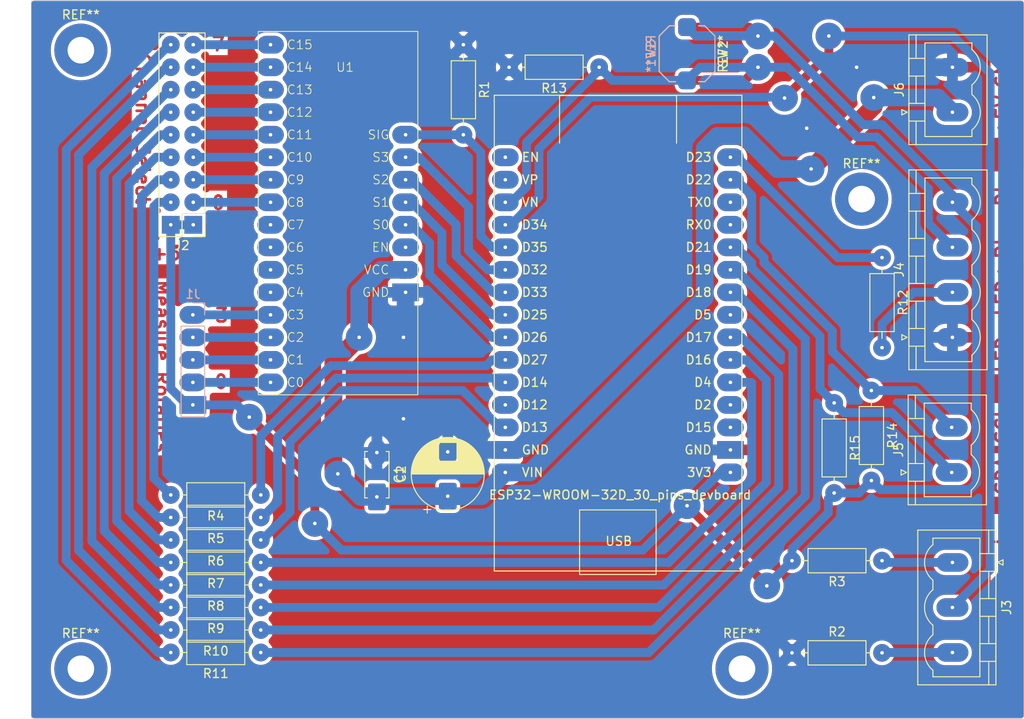
<source format=kicad_pcb>
(kicad_pcb (version 20240108) (generator "pcbnew") (generator_version "8.0")
  (layers (0 "F.Cu" signal) (31 "B.Cu" signal) (36 "B.SilkS" user "B.Silkscreen") (37 "F.SilkS" user "F.Silkscreen") (44 "Edge.Cuts" user))
  (net 0 "")
  (net 1 "GND")
  (net 2 "+3V3")
  (net 3 "Net-(J1-Pin_3)")
  (net 4 "Net-(J1-Pin_1)")
  (net 5 "Net-(J2-Pin_14)")
  (net 6 "Net-(J2-Pin_6)")
  (net 7 "Net-(J2-Pin_4)")
  (net 8 "Net-(J2-Pin_5)")
  (net 9 "Net-(J2-Pin_9)")
  (net 10 "Net-(J2-Pin_8)")
  (net 11 "Net-(J2-Pin_12)")
  (net 12 "Net-(J2-Pin_17)")
  (net 13 "Net-(J2-Pin_10)")
  (net 14 "Net-(J2-Pin_3)")
  (net 15 "Net-(J2-Pin_7)")
  (net 16 "Net-(J2-Pin_15)")
  (net 17 "Net-(J2-Pin_18)")
  (net 18 "Net-(J2-Pin_13)")
  (net 19 "Net-(J2-Pin_16)")
  (net 20 "Net-(J2-Pin_11)")
  (net 21 "/Controls_SDA")
  (net 22 "Net-(J3-Pin_2)")
  (net 23 "Net-(J3-Pin_1)")
  (net 24 "Net-(J3-Pin_3)")
  (net 25 "/Controls_SCL")
  (net 26 "Net-(U1-SIG)")
  (net 27 "Net-(U2-D27)")
  (net 28 "Net-(U2-D14)")
  (net 29 "Net-(U2-D13)")
  (net 30 "Net-(U2-D4)")
  (net 31 "Net-(U2-RX2)")
  (net 32 "Net-(U2-TX2)")
  (net 33 "Net-(U2-D18)")
  (net 34 "Net-(U2-D19)")
  (net 35 "Net-(U2-D23)")
  (net 37 "+5P")
  (net 38 "Net-(U1-S3)")
  (net 41 "Net-(U1-S2)")
  (net 43 "Net-(U1-S0)")
  (net 44 "Net-(U1-S1)")
  (net 54 "Net-(J4-Pin_3)")
  (net 55 "Net-(J4-Pin_2)")
  (net 56 "Net-(J1-Pin_2)")
  (net 57 "Net-(J1-Pin_4)")
  (footprint "Connector_Phoenix_MSTB:PhoenixContact_MSTBVA_2,5_4-G-5,08_1x04_P5.08mm_Vertical" (layer "F.Cu") (at 103.941963 38 90)
    (property "Reference" "J4")
    (property "Value" "Conn_01x04_Play_Pause_Button")
  )
  (footprint "sequencer:R_Axial_DIN0207_L6.3mm_D2.5mm_P10.16mm_Horizontal_BIG_PADS" (layer "F.Cu") (at 85.84 73.6)
    (property "Reference" "R2")
    (property "Value" "20KR")
  )
  (footprint "sequencer:R_Axial_DIN0207_L6.3mm_D2.5mm_P10.16mm_Horizontal_BIG_PADS" (layer "F.Cu") (at 25.901963 55.78 180)
    (property "Reference" "R4")
    (property "Value" "2KR")
  )
  (footprint "sequencer:R_Axial_DIN0207_L6.3mm_D2.5mm_P10.16mm_Horizontal_BIG_PADS" (layer "F.Cu") (at 25.901963 68.48 180)
    (property "Reference" "R9")
    (property "Value" "2KR")
  )
  (footprint "sequencer:R_Axial_DIN0207_L6.3mm_D2.5mm_P10.16mm_Horizontal_BIG_PADS" (layer "F.Cu") (at 25.901963 73.56 180)
    (property "Reference" "R11")
    (property "Value" "2KR")
  )
  (footprint "sequencer:R_Axial_DIN0207_L6.3mm_D2.5mm_P10.16mm_Horizontal_BIG_PADS" (layer "F.Cu") (at 25.901963 60.86 180)
    (property "Reference" "R6")
    (property "Value" "2KR")
  )
  (footprint "sequencer:ESP32-WROOM-32D_30_pins_devboard" (layer "F.Cu") (at 53.491963 17.68)
    (property "Reference" "U2" (hide yes))
    (property "Value" "ESP32-WROOM-32D_30_pins_devboard")
  )
  (footprint "Capacitor_THT:CP_Radial_D8.0mm_P5.00mm" (layer "F.Cu") (at 47 55.92 90)
    (property "Reference" "C2")
    (property "Value" "C_10uF_bulk_decoupling")
  )
  (footprint "sequencer:R_Axial_DIN0207_L6.3mm_D2.5mm_P10.16mm_Horizontal_BIG_PADS" (layer "F.Cu") (at 64.08 7.52 180)
    (property "Reference" "R13")
    (property "Value" "20KR")
  )
  (footprint "Connector_Phoenix_MSTB:PhoenixContact_MSTBVA_2,5_3-G-5,08_1x03_P5.08mm_Vertical" (layer "F.Cu") (at 103.941963 63.4 -90)
    (property "Reference" "J3")
    (property "Value" "Conn_01x03_Pin_BPM_Pot_100KR")
  )
  (footprint "Button_Switch_SMD:SW_Push_1TS009xxxx-xxxx-xxxx_6x6x5mm" (layer "F.Cu") (at 74 6 -90)
    (property "Reference" "SW2")
    (property "Value" "SW_Push")
  )
  (footprint "MountingHole:MountingHole_3mm_Pad" (layer "F.Cu") (at 5.6 5.6)
    (property "Reference" "REF**")
    (property "Value" "MountingHole_3mm_Pad")
  )
  (footprint "sequencer:R_Axial_DIN0207_L6.3mm_D2.5mm_P10.16mm_Horizontal_BIG_PADS" (layer "F.Cu") (at 48.761963 4.98 -90)
    (property "Reference" "R1")
    (property "Value" "20KR")
  )
  (footprint "sequencer:R_Axial_DIN0207_L6.3mm_D2.5mm_P10.16mm_Horizontal_BIG_PADS" (layer "F.Cu") (at 25.901963 71.02 180)
    (property "Reference" "R10")
    (property "Value" "2KR")
  )
  (footprint "Connector_PinHeader_2.54mm:PinHeader_2x09_P2.54mm_Vertical" (layer "F.Cu") (at 18.281963 25.3 180)
    (property "Reference" "J2")
    (property "Value" "Conn_02x09_Channel_Select")
  )
  (footprint "sequencer:R_Axial_DIN0207_L6.3mm_D2.5mm_P10.16mm_Horizontal_BIG_PADS" (layer "F.Cu") (at 90.6 45.4 -90)
    (property "Reference" "R15")
    (property "Value" "2KR")
  )
  (footprint "Connector_Phoenix_MSTB:PhoenixContact_MSTBVA_2,5_2-G-5,08_1x02_P5.08mm_Vertical" (layer "F.Cu") (at 103.941963 12.6 90)
    (property "Reference" "J6")
    (property "Value" "Conn_01x02_Power_Supply")
  )
  (footprint "sequencer:HP4067_16_ch_analog_mutiplexer_devboard" (layer "F.Cu") (at 27 4.98)
    (property "Reference" "U1")
    (property "Value" "HP4067_channel_select_buttons")
  )
  (footprint "Connector_Phoenix_MSTB:PhoenixContact_MSTBVA_2,5_2-G-5,08_1x02_P5.08mm_Vertical" (layer "F.Cu") (at 103.861963 53.24 90)
    (property "Reference" "J5")
    (property "Value" "Conn_01x02_I2C")
  )
  (footprint "MountingHole:MountingHole_3mm_Pad" (layer "F.Cu") (at 93.7 22.4)
    (property "Reference" "REF**")
    (property "Value" "MountingHole_3mm_Pad")
  )
  (footprint "MountingHole:MountingHole_3mm_Pad" (layer "F.Cu") (at 80.2 75.4)
    (property "Reference" "REF**")
    (property "Value" "MountingHole_3mm_Pad")
  )
  (footprint "sequencer:R_Axial_DIN0207_L6.3mm_D2.5mm_P10.16mm_Horizontal_BIG_PADS" (layer "F.Cu") (at 25.901963 63.4 180)
    (property "Reference" "R7")
    (property "Value" "2KR")
  )
  (footprint "sequencer:R_Axial_DIN0207_L6.3mm_D2.5mm_P10.16mm_Horizontal_BIG_PADS" (layer "F.Cu") (at 94.8 44 -90)
    (property "Reference" "R14")
    (property "Value" "2KR")
  )
  (footprint "sequencer:R_Axial_DIN0207_L6.3mm_D2.5mm_P10.16mm_Horizontal_BIG_PADS" (layer "F.Cu") (at 96 63.2 180)
    (property "Reference" "R3")
    (property "Value" "20KR")
  )
  (footprint "sequencer:R_Axial_DIN0207_L6.3mm_D2.5mm_P10.16mm_Horizontal_BIG_PADS" (layer "F.Cu") (at 96 29 -90)
    (property "Reference" "R12")
    (property "Value" "2KR")
  )
  (footprint "sequencer:R_Axial_DIN0207_L6.3mm_D2.5mm_P10.16mm_Horizontal_BIG_PADS" (layer "F.Cu") (at 25.901963 65.94 180)
    (property "Reference" "R8")
    (property "Value" "2KR")
  )
  (footprint "sequencer:R_Axial_DIN0207_L6.3mm_D2.5mm_P10.16mm_Horizontal_BIG_PADS" (layer "F.Cu") (at 25.901963 58.32 180)
    (property "Reference" "R5")
    (property "Value" "2KR")
  )
  (footprint "MountingHole:MountingHole_3mm_Pad" (layer "F.Cu") (at 5.6 75.4)
    (property "Reference" "REF**")
    (property "Value" "MountingHole_3mm_Pad")
  )
  (footprint "Capacitor_THT:C_Disc_D5.0mm_W2.5mm_P5.00mm" (layer "F.Cu") (at 39 51 -90)
    (property "Reference" "C1")
    (property "Value" "C_0.1uF_HF_filter_104")
  )
  (footprint "Connector_PinHeader_2.54mm:PinHeader_1x05_P2.54mm_Vertical" (layer "B.Cu") (at 18.24 35.46 180)
    (property "Reference" "J1")
    (property "Value" "Conn_01x05_measure_control_rotary_buttons")
  )
  (footprint "Button_Switch_SMD:SW_Push_1TS009xxxx-xxxx-xxxx_6x6x5mm" (layer "B.Cu") (at 74 6 -90)
    (property "Reference" "SW1")
    (property "Value" "SW_Push")
  )
  (gr_rect (start 0 0) (end 112 81) (stroke (width 0.05)) (fill none) (layer "Edge.Cuts"))
  (gr_text "+5V" (at 110.5 13 90) (layer "F.Cu") (effects (font (size 1.5 1.5) (thickness 0.3) (bold yes)) (justify bottom)))
  (gr_text "GND" (at 110.5 7.6 90) (layer "F.Cu") (effects (font (size 1.5 1.5) (thickness 0.3) (bold yes)) (justify bottom)))
  (gr_text "SDA" (at 110.5 53.6 90) (layer "F.Cu") (effects (font (size 1.5 1.5) (thickness 0.3) (bold yes)) (justify bottom)))
  (gr_text "Measure Rotaries" (at 13.9 41.3 270) (layer "F.Cu") (effects (font (size 1.5 1.5) (thickness 0.3) (bold yes)) (justify bottom)))
  (gr_text "Channel Select" (at 11.7 14.4 -90) (layer "F.Cu") (effects (font (size 1.5 1.5) (thickness 0.3) (bold yes)) (justify bottom)))
  (gr_text "+3.3V" (at 16.9 29.4 0) (layer "F.Cu") (effects (font (size 1.5 1.5) (thickness 0.3) (bold yes)) (justify bottom)))
  (gr_text "SCL" (at 110.5 47.9 90) (layer "F.Cu") (effects (font (size 1.5 1.5) (thickness 0.3) (bold yes)) (justify bottom)))
  (gr_text "0" (at 20.5 43.9 0) (layer "F.Cu") (effects (font (size 1.5 1.5) (thickness 0.3) (bold yes)) (justify left bottom)))
  (gr_text "7" (at 20.2 5.8 0) (layer "F.Cu") (effects (font (size 1.5 1.5) (thickness 0.3) (bold yes)) (justify left bottom)))
  (gr_text "LED+" (at 110.5 32.6 90) (layer "F.Cu") (effects (font (size 1.5 1.5) (thickness 0.3) (bold yes)) (justify bottom)))
  (gr_text "3" (at 20.6 36.4 0) (layer "F.Cu") (effects (font (size 1.5 1.5) (thickness 0.3) (bold yes)) (justify left bottom)))
  (gr_text "LED-" (at 110.5 39 90) (layer "F.Cu") (effects (font (size 1.5 1.5) (thickness 0.3) (bold yes)) (justify bottom)))
  (gr_text "+3.3V" (at 15.9 49.4 0) (layer "F.Cu") (effects (font (size 1 1) (thickness 0.25) (bold yes)) (justify left bottom)))
  (gr_text "0" (at 20.2 23.7 0) (layer "F.Cu") (effects (font (size 1.5 1.5) (thickness 0.3) (bold yes)) (justify left bottom)))
  (gr_text "Play Btn" (at 110.5 24.3 90) (layer "F.Cu") (effects (font (size 1.5 1.5) (thickness 0.3) (bold yes)) (justify bottom)))
  (gr_text "BPM Potentiometer" (at 110.5 69.1 90) (layer "F.Cu") (effects (font (size 1.5 1.5) (thickness 0.3) (bold yes)) (justify bottom)))
  (segment (start 42 47.19) (end 42 38) (width 2) (layer "F.Cu") (net 1))
  (segment (start 93.128466 7.519991) (end 93.128466 8.771534) (width 2) (layer "F.Cu") (net 1))
  (segment (start 93.128466 8.771534) (end 87.5 14.4) (width 2) (layer "F.Cu") (net 1))
  (via (at 93.128466 7.519991) (size 3) (drill 0.4) (layers "F.Cu" "B.Cu") (net 1))
  (via (at 87.5 14.4) (size 3) (drill 0.4) (layers "F.Cu" "B.Cu") (net 1))
  (via (at 42 38) (size 3) (drill 0.4) (layers "F.Cu" "B.Cu") (net 1))
  (via (at 42 47.19) (size 3) (drill 0.4) (layers "F.Cu" "B.Cu") (net 1))
  (segment (start 42 47.19) (end 42 51) (width 2) (layer "B.Cu") (net 1))
  (segment (start 76.2 12.8) (end 81.381119 12.8) (width 2) (layer "B.Cu") (net 1))
  (segment (start 47 50.92) (end 47.22 50.7) (width 2) (layer "B.Cu") (net 1))
  (segment (start 42 51) (end 44.81 51) (width 2) (layer "B.Cu") (net 1))
  (segment (start 83.581119 15) (end 86.9 15) (width 2) (layer "B.Cu") (net 1))
  (segment (start 47.22 50.7) (end 53.491963 50.7) (width 2) (layer "B.Cu") (net 1))
  (segment (start 73.5 15.5) (end 76.2 12.8) (width 2) (layer "B.Cu") (net 1))
  (segment (start 103.941963 7.52) (end 93.128475 7.52) (width 2) (layer "B.Cu") (net 1))
  (segment (start 42.24 37.76) (end 42 38) (width 2) (layer "B.Cu") (net 1))
  (segment (start 42.24 32.92) (end 42.24 37.76) (width 2) (layer "B.Cu") (net 1))
  (segment (start 86.9 15) (end 87.5 14.4) (width 2) (layer "B.Cu") (net 1))
  (segment (start 53.491963 50.7) (end 54.846076 50.7) (width 2) (layer "B.Cu") (net 1))
  (segment (start 39 51) (end 42 51) (width 2) (layer "B.Cu") (net 1))
  (segment (start 81.381119 12.8) (end 83.581119 15) (width 2) (layer "B.Cu") (net 1))
  (segment (start 73.5 32.046076) (end 73.5 15.5) (width 2) (layer "B.Cu") (net 1))
  (segment (start 54.846076 50.7) (end 73.5 32.046076) (width 2) (layer "B.Cu") (net 1))
  (segment (start 93.128475 7.52) (end 93.128466 7.519991) (width 2) (layer "B.Cu") (net 1))
  (segment (start 24.600713 47.005174) (end 32 54.404461) (width 1) (layer "F.Cu") (net 2))
  (segment (start 74 3) (end 81 3) (width 1) (layer "F.Cu") (net 2))
  (segment (start 32 54.404461) (end 32 59) (width 1) (layer "F.Cu") (net 2))
  (segment (start 83 66) (end 83 66.039996) (width 1) (layer "F.Cu") (net 2))
  (segment (start 81 3) (end 82 4) (width 1) (layer "F.Cu") (net 2))
  (segment (start 74 57) (end 83 66) (width 1) (layer "F.Cu") (net 2))
  (via (at 74 57) (size 3) (drill 0.4) (layers "F.Cu" "B.Cu") (net 2))
  (via (at 83 66.039996) (size 3) (drill 0.4) (layers "F.Cu" "B.Cu") (net 2))
  (via (at 24.600713 47.005174) (size 3) (drill 0.4) (layers "F.Cu" "B.Cu") (net 2))
  (via (at 32 59) (size 3) (drill 0.4) (layers "F.Cu" "B.Cu") (net 2))
  (via (at 82 4) (size 3) (drill 0.4) (layers "F.Cu" "B.Cu") (net 2))
  (segment (start 103.941963 22.76) (end 103.941963 21.941963) (width 1) (layer "B.Cu") (net 2))
  (segment (start 95.82 55.18) (end 105.895237 55.18) (width 1) (layer "B.Cu") (net 2))
  (segment (start 105.895237 55.18) (end 106.641963 54.433274) (width 1) (layer "B.Cu") (net 2))
  (segment (start 77.76 53.24) (end 74 57) (width 1) (layer "B.Cu") (net 2))
  (segment (start 89.941963 57.78) (end 89.941963 56.218037) (width 1) (layer "B.Cu") (net 2))
  (segment (start 96 14) (end 93.87811 14) (width 1) (layer "B.Cu") (net 2))
  (segment (start 69 62) (end 35 62) (width 1) (layer "B.Cu") (net 2))
  (segment (start 23.215539 45.62) (end 24.600713 47.005174) (width 1) (layer "B.Cu") (net 2))
  (segment (start 103.941963 21.941963) (end 96 14) (width 1) (layer "B.Cu") (net 2))
  (segment (start 106.641963 25.46) (end 103.941963 22.76) (width 1) (layer "B.Cu") (net 2))
  (segment (start 90.6 55.56) (end 93.4 55.56) (width 1) (layer "B.Cu") (net 2))
  (segment (start 93.87811 14) (end 83.87811 4) (width 1) (layer "B.Cu") (net 2))
  (segment (start 74 57) (end 69 62) (width 1) (layer "B.Cu") (net 2))
  (segment (start 15.741963 43.768969) (end 15.741963 25.3) (width 1) (layer "B.Cu") (net 2))
  (segment (start 85.84 61.881963) (end 89.941963 57.78) (width 1) (layer "B.Cu") (net 2))
  (segment (start 18.24 45.62) (end 23.215539 45.62) (width 1) (layer "B.Cu") (net 2))
  (segment (start 82 4) (end 75 4) (width 1) (layer "B.Cu") (net 2))
  (segment (start 83.87811 4) (end 82 4) (width 1) (layer "B.Cu") (net 2))
  (segment (start 89.941963 56.218037) (end 90.6 55.56) (width 1) (layer "B.Cu") (net 2))
  (segment (start 18.24 45.62) (end 17.592994 45.62) (width 1) (layer "B.Cu") (net 2))
  (segment (start 17.592994 45.62) (end 15.741963 43.768969) (width 1) (layer "B.Cu") (net 2))
  (segment (start 85.84 63.2) (end 85.84 61.881963) (width 1) (layer "B.Cu") (net 2))
  (segment (start 106.641963 54.433274) (end 106.641963 25.46) (width 1) (layer "B.Cu") (net 2))
  (segment (start 94.8 54.16) (end 95.82 55.18) (width 1) (layer "B.Cu") (net 2))
  (segment (start 35 62) (end 32 59) (width 1) (layer "B.Cu") (net 2))
  (segment (start 15.741963 25.3) (end 18.281963 25.3) (width 1) (layer "B.Cu") (net 2))
  (segment (start 93.4 55.56) (end 94.8 54.16) (width 1) (layer "B.Cu") (net 2))
  (segment (start 78.891963 53.24) (end 77.76 53.24) (width 1) (layer "B.Cu") (net 2))
  (segment (start 85.84 63.2) (end 83.000004 66.039996) (width 1) (layer "B.Cu") (net 2))
  (segment (start 75 4) (end 74 3) (width 1) (layer "B.Cu") (net 2))
  (segment (start 83.000004 66.039996) (end 83 66.039996) (width 1) (layer "B.Cu") (net 2))
  (segment (start 75 57) (end 74 57) (width 1) (layer "B.Cu") (net 2))
  (segment (start 27 40.54) (end 18.24 40.54) (width 1) (layer "B.Cu") (net 3))
  (segment (start 27 35.46) (end 18.24 35.46) (width 1) (layer "B.Cu") (net 4))
  (segment (start 14.32775 68.48) (end 6.841963 60.994213) (width 1) (layer "B.Cu") (net 5))
  (segment (start 6.841963 18.812994) (end 15.594957 10.06) (width 1) (layer "B.Cu") (net 5))
  (segment (start 15.594957 10.06) (end 15.741963 10.06) (width 1) (layer "B.Cu") (net 5))
  (segment (start 15.741963 68.48) (end 14.32775 68.48) (width 1) (layer "B.Cu") (net 5))
  (segment (start 6.841963 60.994213) (end 6.841963 18.812994) (width 1) (layer "B.Cu") (net 5))
  (segment (start 14.32775 58.32) (end 12.441963 56.434213) (width 1) (layer "B.Cu") (net 6))
  (segment (start 12.441963 56.434213) (end 12.441963 22.105787) (width 1) (layer "B.Cu") (net 6))
  (segment (start 12.441963 22.105787) (end 14.32775 20.22) (width 1) (layer "B.Cu") (net 6))
  (segment (start 14.32775 20.22) (end 15.741963 20.22) (width 1) (layer "B.Cu") (net 6))
  (segment (start 15.741963 58.32) (end 14.32775 58.32) (width 1) (layer "B.Cu") (net 6))
  (segment (start 13.841963 23.245787) (end 14.32775 22.76) (width 1) (layer "B.Cu") (net 7))
  (segment (start 13.841963 53.88) (end 13.841963 23.245787) (width 1) (layer "B.Cu") (net 7))
  (segment (start 15.741963 55.78) (end 13.841963 53.88) (width 1) (layer "B.Cu") (net 7))
  (segment (start 14.32775 22.76) (end 15.741963 22.76) (width 1) (layer "B.Cu") (net 7))
  (segment (start 18.281963 20.22) (end 27 20.22) (width 1) (layer "B.Cu") (net 8))
  (segment (start 18.281963 15.14) (end 27 15.14) (width 1) (layer "B.Cu") (net 9))
  (segment (start 11.041963 20.7) (end 14.061963 17.68) (width 1) (layer "B.Cu") (net 10))
  (segment (start 15.741963 60.86) (end 14.32775 60.86) (width 1) (layer "B.Cu") (net 10))
  (segment (start 14.061963 17.68) (end 15.741963 17.68) (width 1) (layer "B.Cu") (net 10))
  (segment (start 11.041963 57.574213) (end 11.041963 20.7) (width 1) (layer "B.Cu") (net 10))
  (segment (start 14.32775 60.86) (end 11.041963 57.574213) (width 1) (layer "B.Cu") (net 10))
  (segment (start 8.241963 19.5) (end 15.141963 12.6) (width 1) (layer "B.Cu") (net 11))
  (segment (start 15.741963 65.94) (end 14.32775 65.94) (width 1) (layer "B.Cu") (net 11))
  (segment (start 8.241963 59.854213) (end 8.241963 19.5) (width 1) (layer "B.Cu") (net 11))
  (segment (start 14.32775 65.94) (end 8.241963 59.854213) (width 1) (layer "B.Cu") (net 11))
  (segment (start 15.141963 12.6) (end 15.741963 12.6) (width 1) (layer "B.Cu") (net 11))
  (segment (start 18.281963 4.98) (end 27 4.98) (width 1) (layer "B.Cu") (net 12))
  (segment (start 14.581861 15.14) (end 15.741963 15.14) (width 1) (layer "B.Cu") (net 13))
  (segment (start 14.32775 63.4) (end 9.641963 58.714213) (width 1) (layer "B.Cu") (net 13))
  (segment (start 15.741963 63.4) (end 14.32775 63.4) (width 1) (layer "B.Cu") (net 13))
  (segment (start 9.641963 58.714213) (end 9.641963 20.079898) (width 1) (layer "B.Cu") (net 13))
  (segment (start 9.641963 20.079898) (end 14.581861 15.14) (width 1) (layer "B.Cu") (net 13))
  (segment (start 18.281963 22.76) (end 27 22.76) (width 1) (layer "B.Cu") (net 14))
  (segment (start 18.281963 17.68) (end 27 17.68) (width 1) (layer "B.Cu") (net 15))
  (segment (start 18.281963 7.52) (end 27 7.52) (width 1) (layer "B.Cu") (net 16))
  (segment (start 15.741963 73.56) (end 14.32775 73.56) (width 1) (layer "B.Cu") (net 17))
  (segment (start 15.594957 4.98) (end 15.741963 4.98) (width 1) (layer "B.Cu") (net 17))
  (segment (start 3.941963 63.174213) (end 3.941963 16.8) (width 1) (layer "B.Cu") (net 17))
  (segment (start 14.32775 73.56) (end 3.941963 63.174213) (width 1) (layer "B.Cu") (net 17))
  (segment (start 13.841963 6.9) (end 13.841963 6.732994) (width 1) (layer "B.Cu") (net 17))
  (segment (start 3.941963 16.8) (end 13.841963 6.9) (width 1) (layer "B.Cu") (net 17))
  (segment (start 13.841963 6.732994) (end 15.594957 4.98) (width 1) (layer "B.Cu") (net 17))
  (segment (start 18.281963 10.06) (end 27 10.06) (width 1) (layer "B.Cu") (net 18))
  (segment (start 14.32775 71.02) (end 5.341963 62.034213) (width 1) (layer "B.Cu") (net 19))
  (segment (start 5.341963 62.034213) (end 5.341963 17.4) (width 1) (layer "B.Cu") (net 19))
  (segment (start 5.341963 17.4) (end 15.221963 7.52) (width 1) (layer "B.Cu") (net 19))
  (segment (start 15.221963 7.52) (end 15.741963 7.52) (width 1) (layer "B.Cu") (net 19))
  (segment (start 15.741963 71.02) (end 14.32775 71.02) (width 1) (layer "B.Cu") (net 19))
  (segment (start 18.281963 12.6) (end 27 12.6) (width 1) (layer "B.Cu") (net 20))
  (segment (start 103.861963 53.24) (end 97.121963 46.5) (width 1) (layer "B.Cu") (net 21))
  (segment (start 81.291963 30.153096) (end 81.291963 29.592994) (width 1) (layer "B.Cu") (net 21))
  (segment (start 89 37.861133) (end 81.291963 30.153096) (width 1) (layer "B.Cu") (net 21))
  (segment (start 97.121963 46.5) (end 91.7 46.5) (width 1) (layer "B.Cu") (net 21))
  (segment (start 89 43.8) (end 89 37.861133) (width 1) (layer "B.Cu") (net 21))
  (segment (start 81.291963 29.592994) (end 79.538969 27.84) (width 1) (layer "B.Cu") (net 21))
  (segment (start 90.6 45.4) (end 89 43.8) (width 1) (layer "B.Cu") (net 21))
  (segment (start 91.7 46.5) (end 90.6 45.4) (width 1) (layer "B.Cu") (net 21))
  (segment (start 79.538969 27.84) (end 78.891963 27.84) (width 1) (layer "B.Cu") (net 21))
  (segment (start 90 4) (end 89.9 4.1) (width 1) (layer "F.Cu") (net 22))
  (segment (start 90 6) (end 85 11) (width 1) (layer "F.Cu") (net 22))
  (segment (start 89.9 4.1) (end 89.9 4.3) (width 1) (layer "F.Cu") (net 22))
  (segment (start 90 4) (end 90 6) (width 1) (layer "F.Cu") (net 22))
  (via (at 85 11) (size 3) (drill 0.4) (layers "F.Cu" "B.Cu") (net 22))
  (via (at 90 4) (size 3) (drill 0.4) (layers "F.Cu" "B.Cu") (net 22))
  (segment (start 84.9 10.9) (end 63.1 10.9) (width 1) (layer "B.Cu") (net 22))
  (segment (start 104 4) (end 90 4) (width 1) (layer "B.Cu") (net 22))
  (segment (start 108.2 64.221963) (end 108.2 8.2) (width 1) (layer "B.Cu") (net 22))
  (segment (start 108.2 8.2) (end 104 4) (width 1) (layer "B.Cu") (net 22))
  (segment (start 54.138969 25.3) (end 53.491963 25.3) (width 1) (layer "B.Cu") (net 22))
  (segment (start 103.941963 68.48) (end 108.2 64.221963) (width 1) (layer "B.Cu") (net 22))
  (segment (start 85 11) (end 84.9 10.9) (width 1) (layer "B.Cu") (net 22))
  (segment (start 57.291963 22.147006) (end 54.138969 25.3) (width 1) (layer "B.Cu") (net 22))
  (segment (start 57.291963 16.708037) (end 57.291963 22.147006) (width 1) (layer "B.Cu") (net 22))
  (segment (start 63.1 10.9) (end 57.291963 16.708037) (width 1) (layer "B.Cu") (net 22))
  (segment (start 96.2 63.4) (end 96 63.2) (width 1) (layer "B.Cu") (net 23))
  (segment (start 103.941963 63.4) (end 96.2 63.4) (width 1) (layer "B.Cu") (net 23))
  (segment (start 103.941963 73.56) (end 96.5 73.56) (width 1) (layer "B.Cu") (net 24))
  (segment (start 96.5 73.56) (end 96.46 73.6) (width 1) (layer "B.Cu") (net 24))
  (segment (start 81.291963 21.972994) (end 79.538969 20.22) (width 1) (layer "B.Cu") (net 25))
  (segment (start 82.691963 29.573198) (end 82.691963 29.013095) (width 1) (layer "B.Cu") (net 25))
  (segment (start 79.538969 20.22) (end 78.891963 20.22) (width 1) (layer "B.Cu") (net 25))
  (segment (start 90.4 37.281235) (end 82.691963 29.573198) (width 1) (layer "B.Cu") (net 25))
  (segment (start 82.691963 29.013095) (end 81.291963 27.613095) (width 1) (layer "B.Cu") (net 25))
  (segment (start 94.8 44) (end 90.4 39.6) (width 1) (layer "B.Cu") (net 25))
  (segment (start 81.291963 27.613095) (end 81.291963 21.972994) (width 1) (layer "B.Cu") (net 25))
  (segment (start 103.861963 48.16) (end 99.701963 44) (width 1) (layer "B.Cu") (net 25))
  (segment (start 90.4 39.6) (end 90.4 37.281235) (width 1) (layer "B.Cu") (net 25))
  (segment (start 99.701963 44) (end 94.8 44) (width 1) (layer "B.Cu") (net 25))
  (segment (start 50.741963 26.59) (end 51.991963 27.84) (width 1) (layer "B.Cu") (net 26))
  (segment (start 51.991963 27.84) (end 53.491963 27.84) (width 1) (layer "B.Cu") (net 26))
  (segment (start 50.741963 17.12) (end 50.741963 26.59) (width 1) (layer "B.Cu") (net 26))
  (segment (start 42.24 15.14) (end 48.761963 15.14) (width 1) (layer "B.Cu") (net 26))
  (segment (start 48.761963 15.14) (end 50.741963 17.12) (width 1) (layer "B.Cu") (net 26))
  (segment (start 51.991963 40.54) (end 53.491963 40.54) (width 1) (layer "B.Cu") (net 27))
  (segment (start 51.331963 41.2) (end 51.991963 40.54) (width 1) (layer "B.Cu") (net 27))
  (segment (start 25.901963 55.78) (end 25.901963 49.098037) (width 1) (layer "B.Cu") (net 27))
  (segment (start 33.8 41.2) (end 51.331963 41.2) (width 1) (layer "B.Cu") (net 27))
  (segment (start 25.901963 49.098037) (end 33.8 41.2) (width 1) (layer "B.Cu") (net 27))
  (segment (start 25.901963 58.32) (end 26.048969 58.32) (width 1) (layer "B.Cu") (net 28))
  (segment (start 27.801963 49.198037) (end 34.4 42.6) (width 1) (layer "B.Cu") (net 28))
  (segment (start 53.011963 42.6) (end 53.491963 43.08) (width 1) (layer "B.Cu") (net 28))
  (segment (start 34.4 42.6) (end 53.011963 42.6) (width 1) (layer "B.Cu") (net 28))
  (segment (start 27.801963 56.567006) (end 27.801963 49.198037) (width 1) (layer "B.Cu") (net 28))
  (segment (start 26.048969 58.32) (end 27.801963 56.567006) (width 1) (layer "B.Cu") (net 28))
  (segment (start 29.201963 49.798037) (end 35 44) (width 1) (layer "B.Cu") (net 29))
  (segment (start 29.201963 57.707006) (end 29.201963 49.798037) (width 1) (layer "B.Cu") (net 29))
  (segment (start 48.684957 44) (end 52.844957 48.16) (width 1) (layer "B.Cu") (net 29))
  (segment (start 26.048969 60.86) (end 29.201963 57.707006) (width 1) (layer "B.Cu") (net 29))
  (segment (start 35 44) (end 48.684957 44) (width 1) (layer "B.Cu") (net 29))
  (segment (start 52.844957 48.16) (end 53.491963 48.16) (width 1) (layer "B.Cu") (net 29))
  (segment (start 25.901963 60.86) (end 26.048969 60.86) (width 1) (layer "B.Cu") (net 29))
  (segment (start 81.291963 43.15) (end 81.221963 43.08) (width 1) (layer "B.Cu") (net 30))
  (segment (start 71.918969 63.4) (end 81.291963 54.027006) (width 1) (layer "B.Cu") (net 30))
  (segment (start 81.221963 43.08) (end 78.891963 43.08) (width 1) (layer "B.Cu") (net 30))
  (segment (start 25.901963 63.4) (end 71.918969 63.4) (width 1) (layer "B.Cu") (net 30))
  (segment (start 81.291963 54.027006) (end 81.291963 43.15) (width 1) (layer "B.Cu") (net 30))
  (segment (start 82.941963 54.356905) (end 82.941963 42.820101) (width 1) (layer "B.Cu") (net 31))
  (segment (start 25.901963 65.94) (end 71.358868 65.94) (width 1) (layer "B.Cu") (net 31))
  (segment (start 80.661862 40.54) (end 78.891963 40.54) (width 1) (layer "B.Cu") (net 31))
  (segment (start 82.941963 42.820101) (end 80.661862 40.54) (width 1) (layer "B.Cu") (net 31))
  (segment (start 71.358868 65.94) (end 82.941963 54.356905) (width 1) (layer "B.Cu") (net 31))
  (segment (start 70.798767 68.48) (end 84.341963 54.936804) (width 1) (layer "B.Cu") (net 32))
  (segment (start 25.901963 68.48) (end 70.798767 68.48) (width 1) (layer "B.Cu") (net 32))
  (segment (start 84.341963 42.2) (end 80.141963 38) (width 1) (layer "B.Cu") (net 32))
  (segment (start 80.141963 38) (end 78.891963 38) (width 1) (layer "B.Cu") (net 32))
  (segment (start 84.341963 54.936804) (end 84.341963 42.2) (width 1) (layer "B.Cu") (net 32))
  (segment (start 70.238665 71.02) (end 85.941963 55.316702) (width 1) (layer "B.Cu") (net 33))
  (segment (start 25.901963 71.02) (end 70.238665 71.02) (width 1) (layer "B.Cu") (net 33))
  (segment (start 79.538969 32.92) (end 78.891963 32.92) (width 1) (layer "B.Cu") (net 33))
  (segment (start 85.941963 55.316702) (end 85.941963 39.322994) (width 1) (layer "B.Cu") (net 33))
  (segment (start 85.941963 39.322994) (end 79.538969 32.92) (width 1) (layer "B.Cu") (net 33))
  (segment (start 79.538969 30.38) (end 78.891963 30.38) (width 1) (layer "B.Cu") (net 34))
  (segment (start 69.678564 73.56) (end 87.341963 55.896601) (width 1) (layer "B.Cu") (net 34))
  (segment (start 87.341963 38.182994) (end 79.538969 30.38) (width 1) (layer "B.Cu") (net 34))
  (segment (start 87.341963 55.896601) (end 87.341963 38.182994) (width 1) (layer "B.Cu") (net 34))
  (segment (start 25.901963 73.56) (end 69.678564 73.56) (width 1) (layer "B.Cu") (net 34))
  (segment (start 79.68 17.68) (end 78.891963 17.68) (width 1) (layer "B.Cu") (net 35))
  (segment (start 91 29) (end 79.68 17.68) (width 1) (layer "B.Cu") (net 35))
  (segment (start 96 29) (end 91 29) (width 1) (layer "B.Cu") (net 35))
  (segment (start 95.062525 11.937475) (end 88 19) (width 2) (layer "F.Cu") (net 37))
  (segment (start 95.062525 10.938695) (end 95.062525 11.937475) (width 2) (layer "F.Cu") (net 37))
  (segment (start 34.095 40.905) (end 34.095 52.905) (width 2) (layer "F.Cu") (net 37))
  (segment (start 37 38) (end 34.095 40.905) (width 2) (layer "F.Cu") (net 37))
  (segment (start 34.095 52.905) (end 34.595 53.405) (width 2) (layer "F.Cu") (net 37))
  (via (at 88 19) (size 3) (drill 0.4) (layers "F.Cu" "B.Cu") (net 37))
  (via (at 37 38) (size 3) (drill 0.4) (layers "F.Cu" "B.Cu") (net 37))
  (via (at 95.062525 10.938695) (size 3) (drill 0.4) (layers "F.Cu" "B.Cu") (net 37))
  (via (at 34.595 53.405) (size 3) (drill 0.4) (layers "F.Cu" "B.Cu") (net 37))
  (segment (start 103.941963 12.6) (end 102.280658 10.938695) (width 2) (layer "B.Cu") (net 37))
  (segment (start 80.387006 15.2) (end 84.187006 19) (width 2) (layer "B.Cu") (net 37))
  (segment (start 53.491963 53.24) (end 56.251963 53.24) (width 2) (layer "B.Cu") (net 37))
  (segment (start 37 32.86) (end 39.48 30.38) (width 2) (layer "B.Cu") (net 37))
  (segment (start 39.48 30.38) (end 42.24 30.38) (width 2) (layer "B.Cu") (net 37))
  (segment (start 56.251963 53.24) (end 75.991963 33.5) (width 2) (layer "B.Cu") (net 37))
  (segment (start 75.991963 33.5) (end 75.991963 16.685887) (width 2) (layer "B.Cu") (net 37))
  (segment (start 75.991963 16.685887) (end 77.39785 15.28) (width 2) (layer "B.Cu") (net 37))
  (segment (start 77.39785 15.28) (end 80.386076 15.28) (width 2) (layer "B.Cu") (net 37))
  (segment (start 39 56) (end 37.19 56) (width 2) (layer "B.Cu") (net 37))
  (segment (start 84.187006 19) (end 88 19) (width 2) (layer "B.Cu") (net 37))
  (segment (start 50.811963 55.92) (end 53.491963 53.24) (width 2) (layer "B.Cu") (net 37))
  (segment (start 102.280658 10.938695) (end 95.062525 10.938695) (width 2) (layer "B.Cu") (net 37))
  (segment (start 37 38) (end 37 32.86) (width 2) (layer "B.Cu") (net 37))
  (segment (start 47 55.92) (end 37.27 55.92) (width 2) (layer "B.Cu") (net 37))
  (segment (start 80.387006 15.27907) (end 80.387006 15.2) (width 2) (layer "B.Cu") (net 37))
  (segment (start 47 55.92) (end 50.811963 55.92) (width 2) (layer "B.Cu") (net 37))
  (segment (start 37.19 56) (end 34.595 53.405) (width 2) (layer "B.Cu") (net 37))
  (segment (start 80.386076 15.28) (end 80.387006 15.27907) (width 2) (layer "B.Cu") (net 37))
  (segment (start 49.341963 28.2) (end 51.521963 30.38) (width 1) (layer "B.Cu") (net 38))
  (segment (start 43.74 17.68) (end 49.341963 23.281963) (width 1) (layer "B.Cu") (net 38))
  (segment (start 42.24 17.68) (end 43.74 17.68) (width 1) (layer "B.Cu") (net 38))
  (segment (start 49.341963 23.281963) (end 49.341963 28.2) (width 1) (layer "B.Cu") (net 38))
  (segment (start 51.521963 30.38) (end 53.491963 30.38) (width 1) (layer "B.Cu") (net 38))
  (segment (start 47.941963 28.779898) (end 52.082065 32.92) (width 1) (layer "B.Cu") (net 41))
  (segment (start 42.887006 20.22) (end 47.941963 25.274957) (width 1) (layer "B.Cu") (net 41))
  (segment (start 42.24 20.22) (end 42.887006 20.22) (width 1) (layer "B.Cu") (net 41))
  (segment (start 47.941963 25.274957) (end 47.941963 28.779898) (width 1) (layer "B.Cu") (net 41))
  (segment (start 52.082065 32.92) (end 53.491963 32.92) (width 1) (layer "B.Cu") (net 41))
  (segment (start 44.941963 27.354957) (end 44.941963 30.95) (width 1) (layer "B.Cu") (net 43))
  (segment (start 51.991963 38) (end 53.491963 38) (width 1) (layer "B.Cu") (net 43))
  (segment (start 42.887006 25.3) (end 44.941963 27.354957) (width 1) (layer "B.Cu") (net 43))
  (segment (start 42.24 25.3) (end 42.887006 25.3) (width 1) (layer "B.Cu") (net 43))
  (segment (start 44.941963 30.95) (end 51.991963 38) (width 1) (layer "B.Cu") (net 43))
  (segment (start 42.24 22.76) (end 42.887006 22.76) (width 1) (layer "B.Cu") (net 44))
  (segment (start 42.887006 22.76) (end 46.341963 26.214957) (width 1) (layer "B.Cu") (net 44))
  (segment (start 46.341963 26.214957) (end 46.341963 29.81) (width 1) (layer "B.Cu") (net 44))
  (segment (start 46.341963 29.81) (end 51.991963 35.46) (width 1) (layer "B.Cu") (net 44))
  (segment (start 51.991963 35.46) (end 53.491963 35.46) (width 1) (layer "B.Cu") (net 44))
  (segment (start 82 7.52) (end 80.52 9) (width 1) (layer "F.Cu") (net 54))
  (segment (start 80.52 9) (end 74 9) (width 1) (layer "F.Cu") (net 54))
  (via (at 82 7.52) (size 3) (drill 0.4) (layers "F.Cu" "B.Cu") (net 54))
  (segment (start 54.138969 22.76) (end 53.491963 22.76) (width 1) (layer "B.Cu") (net 54))
  (segment (start 64.08 7.52) (end 64.08 7.82) (width 1) (layer "B.Cu") (net 54))
  (segment (start 65.56 9) (end 64.08 7.52) (width 1) (layer "B.Cu") (net 54))
  (segment (start 101.241963 21.241963) (end 95.4 15.4) (width 1) (layer "B.Cu") (net 54))
  (segment (start 82 7.52) (end 75.48 7.52) (width 1) (layer "B.Cu") (net 54))
  (segment (start 55.891963 16.008037) (end 55.891963 21.007006) (width 1) (layer "B.Cu") (net 54))
  (segment (start 55.891963 21.007006) (end 54.138969 22.76) (width 1) (layer "B.Cu") (net 54))
  (segment (start 95.4 15.4) (end 93.2 15.4) (width 1) (layer "B.Cu") (net 54))
  (segment (start 74 9) (end 65.56 9) (width 1) (layer "B.Cu") (net 54))
  (segment (start 75.48 7.52) (end 74 9) (width 1) (layer "B.Cu") (net 54))
  (segment (start 101.241963 25.14) (end 101.241963 21.241963) (width 1) (layer "B.Cu") (net 54))
  (segment (start 93.2 15.4) (end 85.32 7.52) (width 1) (layer "B.Cu") (net 54))
  (segment (start 64.08 7.82) (end 55.891963 16.008037) (width 1) (layer "B.Cu") (net 54))
  (segment (start 85.32 7.52) (end 82 7.52) (width 1) (layer "B.Cu") (net 54))
  (segment (start 103.941963 27.84) (end 101.241963 25.14) (width 1) (layer "B.Cu") (net 54))
  (segment (start 103.941963 32.92) (end 99.561963 32.92) (width 1) (layer "B.Cu") (net 55))
  (segment (start 96 36.481963) (end 96 39.16) (width 1) (layer "B.Cu") (net 55))
  (segment (start 99.561963 32.92) (end 96 36.481963) (width 1) (layer "B.Cu") (net 55))
  (segment (start 27 38) (end 18.24 38) (width 1) (layer "B.Cu") (net 56))
  (segment (start 27 43.08) (end 18.24 43.08) (width 1) (layer "B.Cu") (net 57))
  (zone (net 1) (net_name "GND") (layer "F.Cu") (priority 1) (connect_pads (clearance 0.4)) (min_thickness 0.8) (fill yes (thermal_gap 0.5) (thermal_bridge_width 1.2) (island_removal_mode 1) (island_area_min 10))
    (polygon (pts (xy 0 0) (xy 112 0) (xy 112 81) (xy 0 81)))
  )
  (zone (net 1) (net_name "GND") (layer "B.Cu") (connect_pads (clearance 0.4)) (min_thickness 0.8) (fill yes (thermal_gap 0.5) (thermal_bridge_width 1.2) (island_removal_mode 1) (island_area_min 10))
    (polygon (pts (xy 0 0) (xy 112 0) (xy 112 81) (xy 0 81)))
  )
)
</source>
